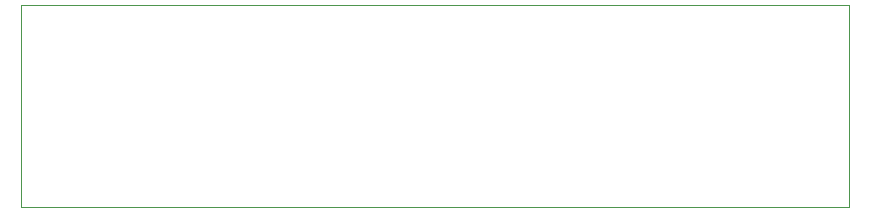
<source format=gbr>
G04 #@! TF.GenerationSoftware,KiCad,Pcbnew,(5.1.4)-1*
G04 #@! TF.CreationDate,2021-02-15T19:13:41-06:00*
G04 #@! TF.ProjectId,CapcitorBreakout,43617063-6974-46f7-9242-7265616b6f75,rev?*
G04 #@! TF.SameCoordinates,Original*
G04 #@! TF.FileFunction,Profile,NP*
%FSLAX46Y46*%
G04 Gerber Fmt 4.6, Leading zero omitted, Abs format (unit mm)*
G04 Created by KiCad (PCBNEW (5.1.4)-1) date 2021-02-15 19:13:41*
%MOMM*%
%LPD*%
G04 APERTURE LIST*
%ADD10C,0.050000*%
G04 APERTURE END LIST*
D10*
X190246000Y-97155000D02*
X190246000Y-96837500D01*
X139954000Y-97155000D02*
X190246000Y-97155000D01*
X120142000Y-97155000D02*
X139954000Y-97155000D01*
X120142000Y-96837500D02*
X120142000Y-97155000D01*
X120142000Y-80073500D02*
X120459500Y-80073500D01*
X120142000Y-96837500D02*
X120142000Y-80073500D01*
X190246000Y-80073500D02*
X190246000Y-96837500D01*
X120459500Y-80073500D02*
X190246000Y-80073500D01*
M02*

</source>
